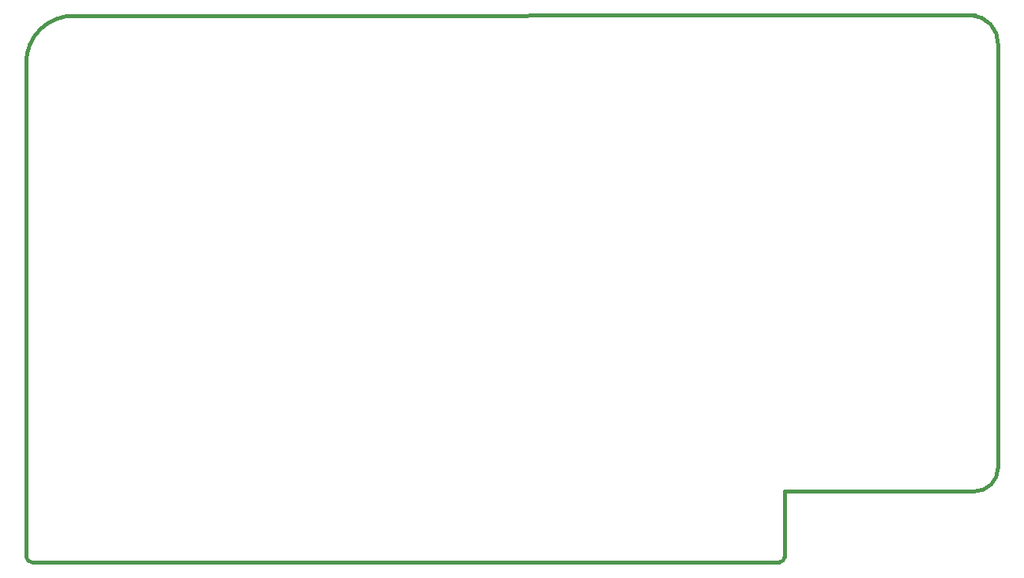
<source format=gm1>
%TF.GenerationSoftware,KiCad,Pcbnew,9.0.2*%
%TF.CreationDate,2025-07-06T12:10:31+02:00*%
%TF.ProjectId,ISA8_Ethernet,49534138-5f45-4746-9865-726e65742e6b,1.1*%
%TF.SameCoordinates,Original*%
%TF.FileFunction,Profile,NP*%
%FSLAX46Y46*%
G04 Gerber Fmt 4.6, Leading zero omitted, Abs format (unit mm)*
G04 Created by KiCad (PCBNEW 9.0.2) date 2025-07-06 12:10:31*
%MOMM*%
%LPD*%
G01*
G04 APERTURE LIST*
%TA.AperFunction,Profile*%
%ADD10C,0.381000*%
%TD*%
G04 APERTURE END LIST*
D10*
X101600000Y-133985000D02*
X101590253Y-81046838D01*
X203237922Y-75946000D02*
X106725755Y-76011082D01*
X101590253Y-81046838D02*
G75*
G02*
X106725755Y-76011059I5034847J1938D01*
G01*
X182880000Y-133985000D02*
X182880000Y-127000000D01*
X205740000Y-124460000D02*
X205740000Y-79110221D01*
X205740000Y-124460000D02*
G75*
G02*
X203200000Y-127000000I-2540000J0D01*
G01*
X202837982Y-75946000D02*
G75*
G02*
X205739996Y-79114827I-130982J-3033200D01*
G01*
X182880000Y-133985000D02*
G75*
G02*
X182245000Y-134620000I-635000J0D01*
G01*
X102235000Y-134620000D02*
G75*
G02*
X101600000Y-133985000I0J635000D01*
G01*
X203200000Y-127000000D02*
X182880000Y-127000000D01*
X102235000Y-134620000D02*
X182245000Y-134620000D01*
M02*

</source>
